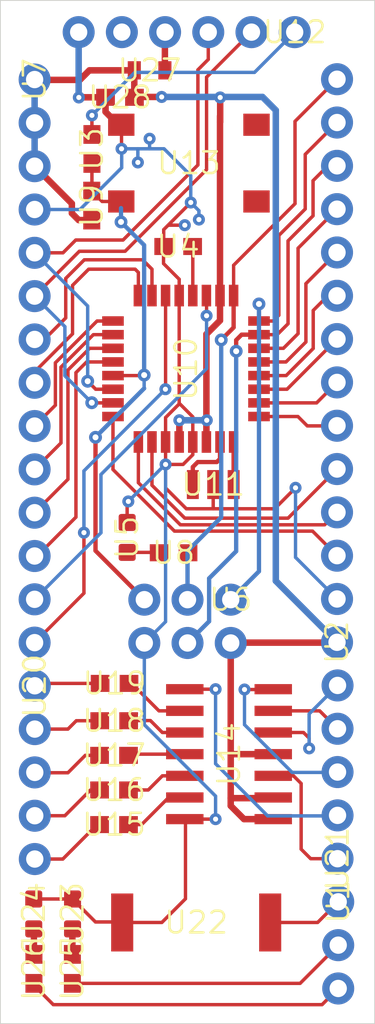
<source format=kicad_pcb>
(kicad_pcb (version 20241229) (generator "pcbnew") (generator_version "9.0")
  (layers (0 "F.Cu" signal "Top") (2 "B.Cu" signal "Bottom") (13 "F.Paste" user) (15 "B.Paste" user) (5 "F.SilkS" user) (7 "B.SilkS" user) (1 "F.Mask" user) (3 "B.Mask" user) (25 "Edge.Cuts" user))
  (net 0 "")
  (net 1 "GND")
  (net 2 "VCC")
  (net 3 "/D2")
  (net 4 "/TXO")
  (net 5 "/RXI")
  (net 6 "/RST")
  (net 7 "/A5")
  (net 8 "/A4")
  (net 9 "/A3")
  (net 10 "/A2")
  (net 11 "/A1")
  (net 12 "/A0")
  (net 13 "/A7")
  (net 14 "Net-(C6-Pad1)")
  (net 15 "/A6")
  (net 16 "/SCK")
  (net 17 "/MISO")
  (net 18 "/MOSI")
  (net 19 "/D10")
  (net 20 "/D9")
  (net 21 "/D8")
  (net 22 "/D7")
  (net 23 "/D6")
  (net 24 "/D5")
  (net 25 "Net-(U3-Pad8)")
  (net 26 "Net-(U3-Pad7)")
  (net 27 "/D4")
  (net 28 "/D3")
  (net 29 "Net-(D1-PadA)")
  (net 30 "/DTR")
  (net 31 "Net-(J1-PadCTS)")
  (net 32 "Net-(F1-Pad1)")
  (net 33 "/OUT1")
  (net 34 "Net-(IC1-Pad10)")
  (net 35 "/OUT2")
  (net 36 "/OUT4")
  (net 37 "Net-(IC1-Pad9)")
  (net 38 "/OUT3")
  (net 39 "Net-(IC1-Pad11)")
  (net 40 "Net-(IC1-Pad12)")
  (net 41 "/GO")
  (net 42 "Net-(IC1-Pad13)")
  (net 43 "Net-(J2-Pad5)")
  (net 44 "Net-(J2-Pad4)")
  (net 45 "Net-(J2-Pad3)")
  (net 46 "Net-(J2-Pad2)")
  (net 47 "Net-(J2-Pad1)")
  (net 48 "Net-(J4-Pad1)")
  (net 49 "Net-(J4-Pad3)")
  (net 50 "Net-(J4-Pad2)")
  (net 51 "Net-(D2-PadA)")
  (net 52 "Net-(D3-PadA)")
  (footprint "piezoMusic:0603" (layer "F.Cu") (at 142.8811 83.7136 -90)
    (property "Reference" "U3")
    (property "Value" "")
  )
  (footprint "piezoMusic:0603" (layer "F.Cu") (at 147.9511 89.4336 180)
    (property "Reference" "U4")
    (property "Value" "")
  )
  (footprint "piezoMusic:LED-0603" (layer "F.Cu") (at 144.9511 106.4936 90)
    (property "Reference" "U5")
    (property "Value" "")
  )
  (footprint "piezoMusic:1X14" (layer "F.Cu") (at 157.2911 112.6436 90)
    (property "Reference" "U2")
    (property "Value" "")
  )
  (footprint "piezoMusic:2X3" (layer "F.Cu") (at 151.0411 110.1436 180)
    (property "Reference" "U6")
    (property "Value" "")
  )
  (footprint "piezoMusic:1X14" (layer "F.Cu") (at 139.5111 79.6436 -90)
    (property "Reference" "U7")
    (property "Value" "")
  )
  (footprint "piezoMusic:0603" (layer "F.Cu") (at 147.6811 107.3936 180)
    (property "Reference" "U8")
    (property "Value" "")
  )
  (footprint "piezoMusic:0603" (layer "F.Cu") (at 142.8711 87.0336 -90)
    (property "Reference" "U9")
    (property "Value" "")
  )
  (footprint "piezoMusic:TQFP32-08" (layer "F.Cu") (at 148.4111 96.6036 90)
    (property "Reference" "U10")
    (property "Value" "")
  )
  (footprint "piezoMusic:RESONATOR-SMD" (layer "F.Cu") (at 150.0111 103.3936 180)
    (property "Reference" "U11")
    (property "Value" "")
  )
  (footprint "piezoMusic:FTDI_BASIC" (layer "F.Cu") (at 154.8011 76.8636 180)
    (property "Reference" "U12")
    (property "Value" "")
  )
  (footprint "piezoMusic:TACTILE_SWITCH_SMD_6.2MM_TALL" (layer "F.Cu") (at 148.5811 84.5436 180)
    (property "Reference" "U13")
    (property "Value" "")
  )
  (footprint "piezoMusic:SO14" (layer "F.Cu") (at 150.9411 119.2036 90)
    (property "Reference" "U14")
    (property "Value" "")
  )
  (footprint "piezoMusic:0603" (layer "F.Cu") (at 144.1811 123.3336)
    (property "Reference" "U15")
    (property "Value" "")
  )
  (footprint "piezoMusic:0603" (layer "F.Cu") (at 144.1811 121.3036)
    (property "Reference" "U16")
    (property "Value" "")
  )
  (footprint "piezoMusic:0603" (layer "F.Cu") (at 144.1811 119.2736)
    (property "Reference" "U17")
    (property "Value" "")
  )
  (footprint "piezoMusic:0603" (layer "F.Cu") (at 144.1911 117.2436)
    (property "Reference" "U18")
    (property "Value" "")
  )
  (footprint "piezoMusic:0603" (layer "F.Cu") (at 144.2111 115.0536)
    (property "Reference" "U19")
    (property "Value" "")
  )
  (footprint "piezoMusic:1X05" (layer "F.Cu") (at 139.5211 115.1936 -90)
    (property "Reference" "U20")
    (property "Value" "")
  )
  (footprint "piezoMusic:1X05" (layer "F.Cu") (at 157.3211 125.3336 90)
    (property "Reference" "U21")
    (property "Value" "")
  )
  (footprint "piezoMusic:PKMCS" (layer "F.Cu") (at 149.0111 129.0736)
    (property "Reference" "U22")
    (property "Value" "")
  )
  (footprint "piezoMusic:1X03" (layer "F.Cu") (at 157.3611 127.8636 -90)
    (property "Reference" "U1")
    (property "Value" "")
  )
  (footprint "piezoMusic:LED-0603" (layer "F.Cu") (at 141.7411 128.5736 90)
    (property "Reference" "U23")
    (property "Value" "")
  )
  (footprint "piezoMusic:LED-0603" (layer "F.Cu") (at 139.4611 128.5736 90)
    (property "Reference" "U24")
    (property "Value" "")
  )
  (footprint "piezoMusic:0603" (layer "F.Cu") (at 141.7311 131.7936 -90)
    (property "Reference" "U25")
    (property "Value" "")
  )
  (footprint "piezoMusic:0603" (layer "F.Cu") (at 139.4711 131.7936 -90)
    (property "Reference" "U26")
    (property "Value" "")
  )
  (footprint "piezoMusic:FUSC1608X100N" (layer "F.Cu") (at 146.2711 79.1036 180)
    (property "Reference" "U27")
    (property "Value" "")
  )
  (footprint "piezoMusic:0603" (layer "F.Cu") (at 144.5311 80.6836 180)
    (property "Reference" "U28")
    (property "Value" "")
  )
  (gr_line (start 137.5011 75.0036) (end 137.5011 135.0036) (stroke (width 0.05)) (layer "Edge.Cuts"))
  (gr_line (start 159.5011 135.0036) (end 159.5011 75.0036) (stroke (width 0.05)) (layer "Edge.Cuts"))
  (gr_line (start 137.5011 135.0036) (end 159.5011 135.0036) (stroke (width 0.05)) (layer "Edge.Cuts"))
  (gr_line (start 159.5011 75.0036) (end 137.5011 75.0036) (stroke (width 0.05)) (layer "Edge.Cuts"))
  (segment (start 139.4611 127.6966) (end 141.7411 127.6966) (width 0.2) (layer "F.Cu") (net 1))
  (segment (start 143.0881 129.0436) (end 144.6311 129.0436) (width 0.2) (layer "F.Cu") (net 1))
  (segment (start 144.6311 129.0436) (end 144.6611 129.0736) (width 0.381) (layer "F.Cu") (net 1))
  (segment (start 148.3811 127.6836) (end 148.3811 123.0536) (width 0.2) (layer "F.Cu") (net 1))
  (segment (start 146.9911 129.0736) (end 148.3811 127.6836) (width 0.2) (layer "F.Cu") (net 1))
  (segment (start 147.2111 100.8962) (end 147.2111 99.4636) (width 0.2) (layer "F.Cu") (net 1))
  (segment (start 148.0111 91.3536) (end 147.0911 90.4336) (width 0.2) (layer "F.Cu") (net 1))
  (segment (start 148.3811 123.0536) (end 148.3411 123.0136) (width 0.2) (layer "F.Cu") (net 1))
  (segment (start 148.0111 98.6236) (end 148.0311 98.6436) (width 0.2) (layer "F.Cu") (net 1))
  (segment (start 148.0311 98.6436) (end 148.8111 99.4236) (width 0.2) (layer "F.Cu") (net 1))
  (segment (start 147.2111 100.8962) (end 147.2111 102.2136) (width 0.2) (layer "F.Cu") (net 1))
  (segment (start 147.0911 90.4336) (end 147.0911 89.4436) (width 0.2) (layer "F.Cu") (net 1))
  (segment (start 148.8111 99.4236) (end 148.8111 100.8962) (width 0.2) (layer "F.Cu") (net 1))
  (segment (start 141.7411 127.6966) (end 143.0881 129.0436) (width 0.2) (layer "F.Cu") (net 1))
  (segment (start 147.2111 99.4636) (end 148.0311 98.6436) (width 0.2) (layer "F.Cu") (net 1))
  (segment (start 147.2111 103.5936) (end 148.4311 104.8136) (width 0.2) (layer "F.Cu") (net 1))
  (segment (start 148.8111 100.8962) (end 148.8111 101.6436) (width 0.2) (layer "F.Cu") (net 1))
  (segment (start 147.2111 103.5936) (end 147.2111 102.2136) (width 0.2) (layer "F.Cu") (net 1))
  (segment (start 148.8111 101.6436) (end 148.2411 102.2136) (width 0.2) (layer "F.Cu") (net 1))
  (segment (start 148.0111 92.311) (end 148.0111 91.3536) (width 0.2) (layer "F.Cu") (net 1))
  (segment (start 148.0111 92.311) (end 148.0111 98.6236) (width 0.2) (layer "F.Cu") (net 1))
  (segment (start 147.0911 89.4436) (end 147.1011 89.4336) (width 0.381) (layer "F.Cu") (net 1))
  (segment (start 144.6611 129.0736) (end 146.9911 129.0736) (width 0.2) (layer "F.Cu") (net 1))
  (segment (start 148.2411 102.2136) (end 147.2111 102.2136) (width 0.2) (layer "F.Cu") (net 1))
  (segment (start 142.1111 80.6936) (end 142.1211 80.6836) (width 0.381) (layer "F.Cu") (net 1))
  (segment (start 148.4311 104.8136) (end 150.0111 104.8136) (width 0.2) (layer "F.Cu") (net 1))
  (segment (start 147.1011 88.4436) (end 147.3611 88.1836) (width 0.2) (layer "F.Cu") (net 1))
  (segment (start 148.3411 88.1836) (end 147.3611 88.1836) (width 0.2) (layer "F.Cu") (net 1))
  (segment (start 147.1011 89.4336) (end 147.1011 88.4436) (width 0.2) (layer "F.Cu") (net 1))
  (segment (start 144.6211 82.3086) (end 144.6061 82.2936) (width 0.2) (layer "F.Cu") (net 1))
  (segment (start 142.1211 80.6836) (end 143.6811 80.6836) (width 0.381) (layer "F.Cu") (net 1))
  (segment (start 144.9511 104.4536) (end 145.0211 104.3836) (width 0.2) (layer "F.Cu") (net 1))
  (segment (start 143.6811 80.6836) (end 143.6811 81.5386) (width 0.381) (layer "F.Cu") (net 1))
  (segment (start 148.3411 123.0136) (end 150.1511 123.0136) (width 0.2) (layer "F.Cu") (net 1))
  (segment (start 147.3611 88.1836) (end 148.6911 86.8536) (width 0.2) (layer "F.Cu") (net 1))
  (segment (start 144.9511 105.6166) (end 144.9511 104.4536) (width 0.2) (layer "F.Cu") (net 1))
  (segment (start 144.6211 83.7036) (end 144.6211 82.3086) (width 0.2) (layer "F.Cu") (net 1))
  (segment (start 153.6211 104.8136) (end 154.8511 103.5836) (width 0.2) (layer "F.Cu") (net 1))
  (segment (start 144.4361 82.2936) (end 143.6811 81.5386) (width 0.381) (layer "F.Cu") (net 1))
  (segment (start 150.0111 103.3936) (end 150.0111 104.8136) (width 0.2) (layer "F.Cu") (net 1))
  (segment (start 150.0111 104.8136) (end 153.6211 104.8136) (width 0.2) (layer "F.Cu") (net 1))
  (segment (start 144.4361 82.2936) (end 144.6061 82.2936) (width 0.381) (layer "F.Cu") (net 1))
  (via (at 147.2111 102.2136) (size 0.7064) (drill 0.3) (layers "F.Cu" "B.Cu") (net 1))
  (via (at 144.6211 83.7036) (size 0.7064) (drill 0.3) (layers "F.Cu" "B.Cu") (net 1))
  (via (at 154.8511 103.5836) (size 0.7064) (drill 0.3) (layers "F.Cu" "B.Cu") (net 1))
  (via (at 150.1511 123.0136) (size 0.7064) (drill 0.3) (layers "F.Cu" "B.Cu") (net 1))
  (via (at 148.3411 88.1836) (size 0.7064) (drill 0.3) (layers "F.Cu" "B.Cu") (net 1))
  (via (at 148.6911 86.8536) (size 0.7064) (drill 0.3) (layers "F.Cu" "B.Cu") (net 1))
  (via (at 146.2711 83.1136) (size 0.7064) (drill 0.3) (layers "F.Cu" "B.Cu") (net 1))
  (via (at 145.0211 104.3836) (size 0.7064) (drill 0.3) (layers "F.Cu" "B.Cu") (net 1))
  (via (at 145.5811 84.5036) (size 0.7064) (drill 0.3) (layers "F.Cu" "B.Cu") (net 1))
  (via (at 142.1111 80.6936) (size 0.7064) (drill 0.3) (layers "F.Cu" "B.Cu") (net 1))
  (via (at 149.1711 87.8536) (size 0.7064) (drill 0.3) (layers "F.Cu" "B.Cu") (net 1))
  (segment (start 142.1811 87.2636) (end 144.6311 84.8136) (width 0.2) (layer "B.Cu") (net 1))
  (segment (start 142.1011 76.8636) (end 142.1011 80.6836) (width 0.381) (layer "B.Cu") (net 1))
  (segment (start 145.5811 84.5036) (end 145.5811 83.7036) (width 0.2) (layer "B.Cu") (net 1))
  (segment (start 154.8111 103.5436) (end 154.8511 103.5836) (width 0.2) (layer "B.Cu") (net 1))
  (segment (start 145.9611 112.6836) (end 147.2111 111.4336) (width 0.2) (layer "B.Cu") (net 1))
  (segment (start 148.6911 86.8536) (end 148.6911 85.2736) (width 0.2) (layer "B.Cu") (net 1))
  (segment (start 144.6311 84.8136) (end 144.6311 83.7136) (width 0.2) (layer "B.Cu") (net 1))
  (segment (start 147.1211 83.7036) (end 146.2511 83.7036) (width 0.2) (layer "B.Cu") (net 1))
  (segment (start 147.2111 102.2136) (end 147.1911 102.2136) (width 0.2) (layer "B.Cu") (net 1))
  (segment (start 146.2511 83.7036) (end 145.5811 83.7036) (width 0.2) (layer "B.Cu") (net 1))
  (segment (start 148.6911 86.8536) (end 149.1711 87.3336) (width 0.2) (layer "B.Cu") (net 1))
  (segment (start 145.5811 83.7036) (end 144.6211 83.7036) (width 0.2) (layer "B.Cu") (net 1))
  (segment (start 147.1911 102.2136) (end 145.0211 104.3836) (width 0.2) (layer "B.Cu") (net 1))
  (segment (start 146.2711 83.1136) (end 146.2711 83.6836) (width 0.2) (layer "B.Cu") (net 1))
  (segment (start 147.2111 111.4336) (end 147.2111 102.2136) (width 0.2) (layer "B.Cu") (net 1))
  (segment (start 150.1511 121.6636) (end 145.9611 117.4736) (width 0.2) (layer "B.Cu") (net 1))
  (segment (start 154.8511 103.5836) (end 154.8511 107.6636) (width 0.2) (layer "B.Cu") (net 1))
  (segment (start 149.1711 87.3336) (end 149.1711 87.8536) (width 0.2) (layer "B.Cu") (net 1))
  (segment (start 144.6311 83.7136) (end 144.6211 83.7036) (width 0.2) (layer "B.Cu") (net 1))
  (segment (start 154.8511 107.6636) (end 157.2911 110.1036) (width 0.2) (layer "B.Cu") (net 1))
  (segment (start 142.1011 80.6836) (end 142.1111 80.6936) (width 0.381) (layer "B.Cu") (net 1))
  (segment (start 146.2711 83.6836) (end 146.2511 83.7036) (width 0.2) (layer "B.Cu") (net 1))
  (segment (start 148.6911 85.2736) (end 147.1211 83.7036) (width 0.2) (layer "B.Cu") (net 1))
  (segment (start 145.9611 117.4736) (end 145.9611 112.6836) (width 0.2) (layer "B.Cu") (net 1))
  (segment (start 139.5111 87.2636) (end 142.1811 87.2636) (width 0.2) (layer "B.Cu") (net 1))
  (segment (start 150.1511 123.0136) (end 150.1511 121.6636) (width 0.2) (layer "B.Cu") (net 1))
  (segment (start 150.4211 82.1336) (end 150.4111 82.1436) (width 0.381) (layer "F.Cu") (net 2))
  (segment (start 141.7011 86.9136) (end 141.7011 87.4836) (width 0.381) (layer "F.Cu") (net 2))
  (segment (start 150.4111 92.311) (end 150.4111 93.7736) (width 0.381) (layer "F.Cu") (net 2))
  (segment (start 145.3811 80.6836) (end 145.4011 80.6636) (width 0.381) (layer "F.Cu") (net 2))
  (segment (start 149.6111 99.6436) (end 149.6311 99.6236) (width 0.381) (layer "F.Cu") (net 2))
  (segment (start 145.3811 80.6836) (end 145.3711 80.6736) (width 0.381) (layer "F.Cu") (net 2))
  (segment (start 153.5011 121.7836) (end 151.0411 121.7836) (width 0.381) (layer "F.Cu") (net 2))
  (segment (start 150.4211 80.6936) (end 150.4211 82.1336) (width 0.381) (layer "F.Cu") (net 2))
  (segment (start 141.7011 87.4836) (end 142.1011 87.8836) (width 0.381) (layer "F.Cu") (net 2))
  (segment (start 149.6111 94.5736) (end 149.6111 99.6436) (width 0.381) (layer "F.Cu") (net 2))
  (segment (start 145.4011 80.6636) (end 146.9811 80.6636) (width 0.381) (layer "F.Cu") (net 2))
  (segment (start 153.5411 119.2036) (end 151.0411 119.2036) (width 0.381) (layer "F.Cu") (net 2))
  (segment (start 148.0211 99.6236) (end 148.0211 100.8862) (width 0.381) (layer "F.Cu") (net 2))
  (segment (start 145.3711 79.1036) (end 142.7311 79.1036) (width 0.381) (layer "F.Cu") (net 2))
  (segment (start 149.6111 100.8962) (end 149.6111 99.6436) (width 0.381) (layer "F.Cu") (net 2))
  (segment (start 148.0211 100.8862) (end 148.0111 100.8962) (width 0.381) (layer "F.Cu") (net 2))
  (segment (start 142.1711 79.6636) (end 139.5311 79.6636) (width 0.381) (layer "F.Cu") (net 2))
  (segment (start 139.5311 79.6636) (end 139.5111 79.6436) (width 0.381) (layer "F.Cu") (net 2))
  (segment (start 151.0411 122.2336) (end 151.8211 123.0136) (width 0.381) (layer "F.Cu") (net 2))
  (segment (start 151.8211 123.0136) (end 153.5411 123.0136) (width 0.381) (layer "F.Cu") (net 2))
  (segment (start 150.4111 93.7736) (end 149.6111 94.5736) (width 0.381) (layer "F.Cu") (net 2))
  (segment (start 142.8711 87.8836) (end 142.1011 87.8836) (width 0.381) (layer "F.Cu") (net 2))
  (segment (start 145.3711 80.6736) (end 145.3711 79.1036) (width 0.381) (layer "F.Cu") (net 2))
  (segment (start 139.5111 84.7236) (end 141.7011 86.9136) (width 0.381) (layer "F.Cu") (net 2))
  (segment (start 142.7311 79.1036) (end 142.1711 79.6636) (width 0.381) (layer "F.Cu") (net 2))
  (segment (start 153.5411 121.7436) (end 153.5011 121.7836) (width 0.381) (layer "F.Cu") (net 2))
  (segment (start 151.0411 112.6836) (end 151.0411 119.2036) (width 0.381) (layer "F.Cu") (net 2))
  (segment (start 151.0411 121.7836) (end 151.0411 122.2336) (width 0.381) (layer "F.Cu") (net 2))
  (segment (start 151.0411 119.2036) (end 151.0411 121.7836) (width 0.381) (layer "F.Cu") (net 2))
  (segment (start 157.2711 112.6636) (end 157.2911 112.6436) (width 0.381) (layer "F.Cu") (net 2))
  (segment (start 157.2711 112.6636) (end 151.0611 112.6636) (width 0.381) (layer "F.Cu") (net 2))
  (segment (start 151.0411 112.6836) (end 151.0611 112.6636) (width 0.381) (layer "F.Cu") (net 2))
  (segment (start 150.4111 81.7836) (end 150.4111 82.1436) (width 0.381) (layer "F.Cu") (net 2))
  (segment (start 150.4111 82.1436) (end 150.4111 92.311) (width 0.381) (layer "F.Cu") (net 2))
  (via (at 148.0211 99.6236) (size 0.7064) (drill 0.3) (layers "F.Cu" "B.Cu") (net 2))
  (via (at 150.4211 80.6936) (size 0.7064) (drill 0.3) (layers "F.Cu" "B.Cu") (net 2))
  (via (at 149.6311 99.6236) (size 0.7064) (drill 0.3) (layers "F.Cu" "B.Cu") (net 2))
  (via (at 146.9811 80.6636) (size 0.7064) (drill 0.3) (layers "F.Cu" "B.Cu") (net 2))
  (segment (start 149.6311 99.6236) (end 148.0211 99.6236) (width 0.381) (layer "B.Cu") (net 2))
  (segment (start 153.6911 109.0436) (end 153.6911 81.4436) (width 0.381) (layer "B.Cu") (net 2))
  (segment (start 150.4511 80.6636) (end 150.4211 80.6936) (width 0.381) (layer "B.Cu") (net 2))
  (segment (start 153.6911 81.4436) (end 152.9111 80.6636) (width 0.381) (layer "B.Cu") (net 2))
  (segment (start 139.5111 79.6436) (end 139.5111 82.1836) (width 0.381) (layer "B.Cu") (net 2))
  (segment (start 146.9811 80.6636) (end 150.3911 80.6636) (width 0.381) (layer "B.Cu") (net 2))
  (segment (start 150.4211 80.6936) (end 150.3911 80.6636) (width 0.381) (layer "B.Cu") (net 2))
  (segment (start 157.2911 112.6436) (end 153.6911 109.0436) (width 0.381) (layer "B.Cu") (net 2))
  (segment (start 139.5111 82.1836) (end 139.5111 84.7236) (width 0.381) (layer "B.Cu") (net 2))
  (segment (start 152.9111 80.6636) (end 150.4511 80.6636) (width 0.381) (layer "B.Cu") (net 2))
  (segment (start 155.8511 106.1236) (end 157.2911 107.5636) (width 0.2) (layer "F.Cu") (net 3))
  (segment (start 144.1185 102.511) (end 147.7311 106.1236) (width 0.2) (layer "F.Cu") (net 3))
  (segment (start 144.1185 99.4036) (end 144.1185 102.511) (width 0.2) (layer "F.Cu") (net 3))
  (segment (start 147.7311 106.1236) (end 155.8511 106.1236) (width 0.2) (layer "F.Cu") (net 3))
  (segment (start 144.1185 98.6036) (end 142.8811 98.6036) (width 0.2) (layer "F.Cu") (net 4))
  (segment (start 142.1411 89.7136) (end 144.8311 89.7136) (width 0.2) (layer "F.Cu") (net 4))
  (segment (start 142.1411 89.7136) (end 139.5111 92.3436) (width 0.2) (layer "F.Cu") (net 4))
  (segment (start 149.6211 79.5036) (end 152.2611 76.8636) (width 0.2) (layer "F.Cu") (net 4))
  (segment (start 149.6211 84.9236) (end 149.6211 79.5036) (width 0.2) (layer "F.Cu") (net 4))
  (segment (start 144.8311 89.7136) (end 149.6211 84.9236) (width 0.2) (layer "F.Cu") (net 4))
  (segment (start 142.8811 98.6036) (end 142.8711 98.5936) (width 0.2) (layer "F.Cu") (net 4))
  (via (at 142.8711 98.5936) (size 0.7564) (drill 0.35) (layers "F.Cu" "B.Cu") (net 4))
  (segment (start 142.8711 98.5936) (end 141.2911 97.0136) (width 0.2) (layer "B.Cu") (net 4))
  (segment (start 141.2911 97.0136) (end 141.2911 94.1336) (width 0.2) (layer "B.Cu") (net 4))
  (segment (start 139.5111 92.3436) (end 139.5111 92.3536) (width 0.2) (layer "B.Cu") (net 4))
  (segment (start 141.2911 94.1336) (end 139.5111 92.3536) (width 0.2) (layer "B.Cu") (net 4))
  (segment (start 144.1185 97.8036) (end 143.1011 97.8036) (width 0.2) (layer "F.Cu") (net 5))
  (segment (start 143.1011 97.8036) (end 142.6311 97.3336) (width 0.2) (layer "F.Cu") (net 5))
  (segment (start 149.1111 79.0736) (end 149.7211 78.4636) (width 0.2) (layer "F.Cu") (net 5))
  (segment (start 149.1111 84.6536) (end 149.1111 79.0736) (width 0.2) (layer "F.Cu") (net 5))
  (segment (start 141.9311 89.0536) (end 141.1811 89.8036) (width 0.2) (layer "F.Cu") (net 5))
  (segment (start 141.1811 89.8036) (end 139.5111 89.8036) (width 0.2) (layer "F.Cu") (net 5))
  (segment (start 149.7211 78.4636) (end 149.7211 76.8636) (width 0.2) (layer "F.Cu") (net 5))
  (segment (start 144.7111 89.0536) (end 141.9311 89.0536) (width 0.2) (layer "F.Cu") (net 5))
  (segment (start 149.1111 84.6536) (end 144.7111 89.0536) (width 0.2) (layer "F.Cu") (net 5))
  (via (at 142.6311 97.3336) (size 0.7564) (drill 0.35) (layers "F.Cu" "B.Cu") (net 5))
  (segment (start 142.6311 97.3336) (end 142.6311 92.9236) (width 0.2) (layer "B.Cu") (net 5))
  (segment (start 139.5411 89.8336) (end 139.5111 89.8036) (width 0.2) (layer "B.Cu") (net 5))
  (segment (start 142.6311 92.9236) (end 139.5111 89.8036) (width 0.2) (layer "B.Cu") (net 5))
  (segment (start 143.0911 107.2736) (end 145.9611 110.1436) (width 0.254) (layer "F.Cu") (net 6))
  (segment (start 145.9211 97.0036) (end 145.9511 96.9736) (width 0.2) (layer "F.Cu") (net 6))
  (segment (start 144.5911 87.9936) (end 144.6061 87.9786) (width 0.2) (layer "F.Cu") (net 6))
  (segment (start 144.6061 87.9786) (end 144.6061 86.9336) (width 0.2) (layer "F.Cu") (net 6))
  (segment (start 144.1185 97.0036) (end 145.9211 97.0036) (width 0.2) (layer "F.Cu") (net 6))
  (segment (start 144.6061 86.9336) (end 144.6061 86.7936) (width 0.2) (layer "F.Cu") (net 6))
  (segment (start 143.0911 100.6236) (end 143.0911 107.2736) (width 0.254) (layer "F.Cu") (net 6))
  (segment (start 144.6061 86.7936) (end 143.4811 86.7936) (width 0.2) (layer "F.Cu") (net 6))
  (segment (start 142.8811 84.5636) (end 142.8811 86.1736) (width 0.2) (layer "F.Cu") (net 6))
  (segment (start 144.6111 86.9286) (end 144.6061 86.9336) (width 0.2) (layer "F.Cu") (net 6))
  (segment (start 143.4811 86.7936) (end 142.8711 86.1836) (width 0.2) (layer "F.Cu") (net 6))
  (segment (start 142.8811 86.1736) (end 142.8711 86.1836) (width 0.2) (layer "F.Cu") (net 6))
  (via (at 143.0911 100.6236) (size 0.7564) (drill 0.35) (layers "F.Cu" "B.Cu") (net 6))
  (via (at 144.5911 87.9936) (size 0.7564) (drill 0.35) (layers "F.Cu" "B.Cu") (net 6))
  (via (at 145.9511 96.9736) (size 0.7564) (drill 0.35) (layers "F.Cu" "B.Cu") (net 6))
  (segment (start 145.9511 97.7536) (end 143.0911 100.6136) (width 0.254) (layer "B.Cu") (net 6))
  (segment (start 145.9511 96.9736) (end 145.9511 89.3536) (width 0.254) (layer "B.Cu") (net 6))
  (segment (start 145.9511 89.3536) (end 144.5911 87.9936) (width 0.254) (layer "B.Cu") (net 6))
  (segment (start 145.9511 96.9736) (end 145.9511 97.7536) (width 0.2) (layer "B.Cu") (net 6))
  (segment (start 145.9611 96.9836) (end 145.9511 96.9736) (width 0.2) (layer "B.Cu") (net 6))
  (segment (start 143.0911 100.6136) (end 143.0911 100.6236) (width 0.2) (layer "B.Cu") (net 6))
  (segment (start 144.5911 87.1836) (end 144.5911 87.9936) (width 0.254) (layer "B.Cu") (net 6))
  (segment (start 141.9411 105.3036) (end 139.6611 107.5836) (width 0.2) (layer "F.Cu") (net 7))
  (segment (start 142.56845 96.2036) (end 141.9411 96.83095) (width 0.2) (layer "F.Cu") (net 7))
  (segment (start 144.1185 96.2036) (end 142.56845 96.2036) (width 0.2) (layer "F.Cu") (net 7))
  (segment (start 141.9411 96.83095) (end 141.9411 105.3036) (width 0.2) (layer "F.Cu") (net 7))
  (segment (start 139.6611 107.5836) (end 139.5111 107.5836) (width 0.2) (layer "F.Cu") (net 7))
  (segment (start 142.746 95.4036) (end 141.4711 96.6785) (width 0.2) (layer "F.Cu") (net 8))
  (segment (start 144.1185 95.4036) (end 142.746 95.4036) (width 0.2) (layer "F.Cu") (net 8))
  (segment (start 141.4711 96.6785) (end 141.4711 103.0836) (width 0.2) (layer "F.Cu") (net 8))
  (segment (start 141.4711 103.0836) (end 139.5111 105.0436) (width 0.2) (layer "F.Cu") (net 8))
  (segment (start 144.1185 94.6036) (end 142.96355 94.6036) (width 0.2) (layer "F.Cu") (net 9))
  (segment (start 141.0611 96.50605) (end 141.0611 100.9536) (width 0.2) (layer "F.Cu") (net 9))
  (segment (start 141.0611 100.9536) (end 139.5111 102.5036) (width 0.2) (layer "F.Cu") (net 9))
  (segment (start 142.96355 94.6036) (end 141.0611 96.50605) (width 0.2) (layer "F.Cu") (net 9))
  (segment (start 140.7311 96.2536) (end 140.7311 98.7436) (width 0.2) (layer "F.Cu") (net 10))
  (segment (start 140.7311 98.7436) (end 139.5111 99.9636) (width 0.2) (layer "F.Cu") (net 10))
  (segment (start 144.1185 93.8036) (end 143.1811 93.8036) (width 0.2) (layer "F.Cu") (net 10))
  (segment (start 143.1811 93.8036) (end 140.7311 96.2536) (width 0.2) (layer "F.Cu") (net 10))
  (segment (start 141.7411 94.5536) (end 139.5111 96.7836) (width 0.2) (layer "F.Cu") (net 11))
  (segment (start 141.7411 91.7136) (end 141.7411 94.5536) (width 0.2) (layer "F.Cu") (net 11))
  (segment (start 139.5111 96.7836) (end 139.5111 97.4236) (width 0.2) (layer "F.Cu") (net 11))
  (segment (start 145.6111 92.311) (end 145.6111 90.9536) (width 0.2) (layer "F.Cu") (net 11))
  (segment (start 145.4211 90.7636) (end 142.6911 90.7636) (width 0.2) (layer "F.Cu") (net 11))
  (segment (start 145.6111 90.9536) (end 145.4211 90.7636) (width 0.2) (layer "F.Cu") (net 11))
  (segment (start 142.6911 90.7636) (end 141.7411 91.7136) (width 0.2) (layer "F.Cu") (net 11))
  (segment (start 146.4111 92.311) (end 146.4111 90.7636) (width 0.2) (layer "F.Cu") (net 12))
  (segment (start 146.4111 90.7636) (end 145.8611 90.2136) (width 0.2) (layer "F.Cu") (net 12))
  (segment (start 145.8611 90.2136) (end 142.4311 90.2136) (width 0.2) (layer "F.Cu") (net 12))
  (segment (start 141.3411 93.6236) (end 140.0811 94.8836) (width 0.2) (layer "F.Cu") (net 12))
  (segment (start 142.4311 90.2136) (end 141.3411 91.3036) (width 0.2) (layer "F.Cu") (net 12))
  (segment (start 140.0811 94.8836) (end 139.5111 94.8836) (width 0.2) (layer "F.Cu") (net 12))
  (segment (start 141.3411 91.3036) (end 141.3411 93.6236) (width 0.2) (layer "F.Cu") (net 12))
  (segment (start 147.2111 92.311) (end 147.2111 97.7936) (width 0.2) (layer "F.Cu") (net 13))
  (segment (start 147.2011 97.8036) (end 147.2111 97.7936) (width 0.2) (layer "F.Cu") (net 13))
  (segment (start 139.5111 112.6636) (end 142.4111 109.7636) (width 0.2) (layer "F.Cu") (net 13))
  (segment (start 142.4111 109.7636) (end 142.4111 106.2136) (width 0.2) (layer "F.Cu") (net 13))
  (via (at 147.2011 97.8036) (size 0.7064) (drill 0.3) (layers "F.Cu" "B.Cu") (net 13))
  (via (at 142.4111 106.2136) (size 0.7064) (drill 0.3) (layers "F.Cu" "B.Cu") (net 13))
  (segment (start 142.4111 102.5936) (end 147.2011 97.8036) (width 0.2) (layer "B.Cu") (net 13))
  (segment (start 142.4111 106.2136) (end 142.4111 102.5936) (width 0.2) (layer "B.Cu") (net 13))
  (segment (start 148.8111 89.4436) (end 148.8011 89.4336) (width 0.381) (layer "F.Cu") (net 14))
  (segment (start 148.8111 92.311) (end 148.8111 89.4436) (width 0.2) (layer "F.Cu") (net 14))
  (segment (start 149.6211 93.4936) (end 149.6211 92.321) (width 0.2) (layer "F.Cu") (net 15))
  (segment (start 149.6211 92.321) (end 149.6111 92.311) (width 0.2) (layer "F.Cu") (net 15))
  (via (at 149.6211 93.4936) (size 0.7064) (drill 0.3) (layers "F.Cu" "B.Cu") (net 15))
  (segment (start 139.5111 110.1236) (end 143.4111 106.2236) (width 0.2) (layer "B.Cu") (net 15))
  (segment (start 143.4111 102.8036) (end 149.6211 96.5936) (width 0.2) (layer "B.Cu") (net 15))
  (segment (start 149.6211 96.5936) (end 149.6211 93.4936) (width 0.2) (layer "B.Cu") (net 15))
  (segment (start 143.4111 106.2236) (end 143.4111 102.8036) (width 0.2) (layer "B.Cu") (net 15))
  (segment (start 148.5011 110.1436) (end 148.5011 107.4236) (width 0.2) (layer "F.Cu") (net 16))
  (segment (start 148.5011 107.4236) (end 148.5311 107.3936) (width 0.2) (layer "F.Cu") (net 16))
  (segment (start 154.8211 82.0936) (end 157.2911 79.6236) (width 0.2) (layer "F.Cu") (net 16))
  (segment (start 154.8211 86.9236) (end 154.8211 82.0936) (width 0.2) (layer "F.Cu") (net 16))
  (segment (start 151.2111 94.1836) (end 151.2111 92.311) (width 0.254) (layer "F.Cu") (net 16))
  (segment (start 150.4811 94.9136) (end 151.2111 94.1836) (width 0.254) (layer "F.Cu") (net 16))
  (segment (start 151.2111 92.311) (end 151.2111 90.5336) (width 0.2) (layer "F.Cu") (net 16))
  (segment (start 151.2111 90.5336) (end 154.8211 86.9236) (width 0.2) (layer "F.Cu") (net 16))
  (via (at 150.4811 94.9136) (size 0.7564) (drill 0.35) (layers "F.Cu" "B.Cu") (net 16))
  (segment (start 150.4811 105.3136) (end 150.4811 94.9136) (width 0.254) (layer "B.Cu") (net 16))
  (segment (start 148.5011 107.2936) (end 150.4811 105.3136) (width 0.254) (layer "B.Cu") (net 16))
  (segment (start 148.5011 110.1436) (end 148.5011 107.2936) (width 0.254) (layer "B.Cu") (net 16))
  (segment (start 153.8711 88.7836) (end 155.4211 87.2336) (width 0.2) (layer "F.Cu") (net 17))
  (segment (start 155.4211 84.0336) (end 157.2911 82.1636) (width 0.2) (layer "F.Cu") (net 17))
  (segment (start 153.8711 93.4636) (end 153.8711 88.7836) (width 0.2) (layer "F.Cu") (net 17))
  (segment (start 155.4211 87.2336) (end 155.4211 84.0336) (width 0.2) (layer "F.Cu") (net 17))
  (segment (start 152.7037 93.8036) (end 153.5311 93.8036) (width 0.2) (layer "F.Cu") (net 17))
  (segment (start 153.5311 93.8036) (end 153.8711 93.4636) (width 0.2) (layer "F.Cu") (net 17))
  (segment (start 152.7011 92.8036) (end 152.7037 92.8062) (width 0.2) (layer "F.Cu") (net 17))
  (segment (start 152.7037 92.8062) (end 152.7037 93.8036) (width 0.254) (layer "F.Cu") (net 17))
  (via (at 152.7011 92.8036) (size 0.7564) (drill 0.35) (layers "F.Cu" "B.Cu") (net 17))
  (segment (start 152.7011 108.4836) (end 152.7011 92.8036) (width 0.254) (layer "B.Cu") (net 17))
  (segment (start 151.0411 110.1436) (end 152.7011 108.4836) (width 0.254) (layer "B.Cu") (net 17))
  (segment (start 154.4111 93.9636) (end 154.4111 89.1036) (width 0.2) (layer "F.Cu") (net 18))
  (segment (start 152.7037 94.6036) (end 153.7711 94.6036) (width 0.2) (layer "F.Cu") (net 18))
  (segment (start 155.8811 87.6336) (end 155.8811 85.5736) (width 0.2) (layer "F.Cu") (net 18))
  (segment (start 151.6811 94.6036) (end 151.3611 94.9236) (width 0.254) (layer "F.Cu") (net 18))
  (segment (start 151.3611 95.5736) (end 151.3611 94.9236) (width 0.254) (layer "F.Cu") (net 18))
  (segment (start 156.7511 84.7036) (end 157.2911 84.7036) (width 0.2) (layer "F.Cu") (net 18))
  (segment (start 155.8811 85.5736) (end 156.7511 84.7036) (width 0.2) (layer "F.Cu") (net 18))
  (segment (start 153.7711 94.6036) (end 154.4111 93.9636) (width 0.2) (layer "F.Cu") (net 18))
  (segment (start 151.6811 94.6036) (end 152.7037 94.6036) (width 0.254) (layer "F.Cu") (net 18))
  (segment (start 154.4111 89.1036) (end 155.8811 87.6336) (width 0.2) (layer "F.Cu") (net 18))
  (via (at 151.3611 95.5736) (size 0.7564) (drill 0.35) (layers "F.Cu" "B.Cu") (net 18))
  (segment (start 148.5011 112.6836) (end 149.7711 111.4136) (width 0.254) (layer "B.Cu") (net 18))
  (segment (start 151.3611 107.3036) (end 151.3611 95.5736) (width 0.254) (layer "B.Cu") (net 18))
  (segment (start 149.7711 108.8936) (end 151.3611 107.3036) (width 0.254) (layer "B.Cu") (net 18))
  (segment (start 149.7711 111.4136) (end 149.7711 108.8936) (width 0.254) (layer "B.Cu") (net 18))
  (segment (start 152.7037 95.4036) (end 154.1411 95.4036) (width 0.2) (layer "F.Cu") (net 19))
  (segment (start 154.1411 95.4036) (end 155.0011 94.5436) (width 0.2) (layer "F.Cu") (net 19))
  (segment (start 155.0011 94.5436) (end 155.0011 89.5336) (width 0.2) (layer "F.Cu") (net 19))
  (segment (start 155.0011 89.5336) (end 157.2911 87.2436) (width 0.2) (layer "F.Cu") (net 19))
  (segment (start 155.4611 95.0336) (end 155.4611 91.6136) (width 0.2) (layer "F.Cu") (net 20))
  (segment (start 152.7037 96.2036) (end 154.2911 96.2036) (width 0.2) (layer "F.Cu") (net 20))
  (segment (start 155.4611 91.6136) (end 157.2911 89.7836) (width 0.2) (layer "F.Cu") (net 20))
  (segment (start 154.2911 96.2036) (end 155.4611 95.0336) (width 0.2) (layer "F.Cu") (net 20))
  (segment (start 152.7037 97.0036) (end 154.3011 97.0036) (width 0.2) (layer "F.Cu") (net 21))
  (segment (start 155.8911 95.4136) (end 155.8911 93.1836) (width 0.2) (layer "F.Cu") (net 21))
  (segment (start 155.8911 93.1836) (end 156.7511 92.3236) (width 0.2) (layer "F.Cu") (net 21))
  (segment (start 156.7511 92.3236) (end 157.2911 92.3236) (width 0.2) (layer "F.Cu") (net 21))
  (segment (start 154.3011 97.0036) (end 155.8911 95.4136) (width 0.2) (layer "F.Cu") (net 21))
  (segment (start 152.7037 97.8036) (end 154.3511 97.8036) (width 0.2) (layer "F.Cu") (net 22))
  (segment (start 154.3511 97.8036) (end 157.2911 94.8636) (width 0.2) (layer "F.Cu") (net 22))
  (segment (start 152.7037 98.6036) (end 156.0911 98.6036) (width 0.2) (layer "F.Cu") (net 23))
  (segment (start 156.0911 98.6036) (end 157.2911 97.4036) (width 0.2) (layer "F.Cu") (net 23))
  (segment (start 154.9911 99.4036) (end 155.5411 99.9536) (width 0.2) (layer "F.Cu") (net 24))
  (segment (start 152.7037 99.4036) (end 154.9911 99.4036) (width 0.2) (layer "F.Cu") (net 24))
  (segment (start 155.5411 99.9536) (end 157.2811 99.9536) (width 0.2) (layer "F.Cu") (net 24))
  (segment (start 157.2811 99.9536) (end 157.2911 99.9436) (width 0.2) (layer "F.Cu") (net 24))
  (segment (start 151.2111 103.3936) (end 151.2111 100.8962) (width 0.254) (layer "F.Cu") (net 25))
  (segment (start 150.2211 102.0736) (end 149.1011 102.0736) (width 0.254) (layer "F.Cu") (net 26))
  (segment (start 150.4111 101.8836) (end 150.2211 102.0736) (width 0.254) (layer "F.Cu") (net 26))
  (segment (start 149.1011 102.0736) (end 148.8111 102.3636) (width 0.254) (layer "F.Cu") (net 26))
  (segment (start 150.4111 100.8962) (end 150.4111 101.8836) (width 0.254) (layer "F.Cu") (net 26))
  (segment (start 148.8111 102.3636) (end 148.8111 103.3936) (width 0.254) (layer "F.Cu") (net 26))
  (segment (start 148.3411 105.3636) (end 154.4111 105.3636) (width 0.2) (layer "F.Cu") (net 27))
  (segment (start 146.4111 103.4336) (end 148.3411 105.3636) (width 0.2) (layer "F.Cu") (net 27))
  (segment (start 146.4111 100.8962) (end 146.4111 103.4336) (width 0.2) (layer "F.Cu") (net 27))
  (segment (start 154.4111 105.3636) (end 157.2911 102.4836) (width 0.2) (layer "F.Cu") (net 27))
  (segment (start 145.6111 100.8962) (end 145.6111 103.2836) (width 0.2) (layer "F.Cu") (net 28))
  (segment (start 145.6111 103.2836) (end 148.0811 105.7536) (width 0.2) (layer "F.Cu") (net 28))
  (segment (start 156.5611 105.7536) (end 157.2911 105.0236) (width 0.2) (layer "F.Cu") (net 28))
  (segment (start 156.5611 105.7536) (end 148.0811 105.7536) (width 0.2) (layer "F.Cu") (net 28))
  (segment (start 146.8311 107.3936) (end 146.8081 107.3706) (width 0.2) (layer "F.Cu") (net 29))
  (segment (start 146.8081 107.3706) (end 144.9511 107.3706) (width 0.2) (layer "F.Cu") (net 29))
  (segment (start 142.8811 81.7436) (end 142.8811 82.8636) (width 0.2) (layer "F.Cu") (net 30))
  (via (at 142.8811 81.7436) (size 0.7064) (drill 0.3) (layers "F.Cu" "B.Cu") (net 30))
  (segment (start 145.4011 79.2236) (end 142.8811 81.7436) (width 0.2) (layer "B.Cu") (net 30))
  (segment (start 152.4411 79.2236) (end 145.4011 79.2236) (width 0.2) (layer "B.Cu") (net 30))
  (segment (start 154.8011 76.8636) (end 152.4411 79.2236) (width 0.2) (layer "B.Cu") (net 30))
  (segment (start 147.1711 79.1036) (end 147.1711 76.8736) (width 0.381) (layer "F.Cu") (net 32))
  (segment (start 147.1711 76.8736) (end 147.1811 76.8636) (width 0.381) (layer "F.Cu") (net 32))
  (segment (start 148.3411 115.3936) (end 150.1511 115.3936) (width 0.2) (layer "F.Cu") (net 33))
  (via (at 150.1511 115.3936) (size 0.7064) (drill 0.3) (layers "F.Cu" "B.Cu") (net 33))
  (segment (start 150.1511 119.7636) (end 153.2111 122.8236) (width 0.2) (layer "B.Cu") (net 33))
  (segment (start 157.2911 122.8236) (end 157.3211 122.7936) (width 0.2) (layer "B.Cu") (net 33))
  (segment (start 150.1511 115.3936) (end 150.1511 119.7636) (width 0.2) (layer "B.Cu") (net 33))
  (segment (start 153.2111 122.8236) (end 157.2911 122.8236) (width 0.2) (layer "B.Cu") (net 33))
  (segment (start 145.0511 117.2336) (end 145.0411 117.2436) (width 0.381) (layer "F.Cu") (net 34))
  (segment (start 148.3411 117.9336) (end 147.0211 117.9336) (width 0.2) (layer "F.Cu") (net 34))
  (segment (start 147.0211 117.9336) (end 146.3211 117.2336) (width 0.2) (layer "F.Cu") (net 34))
  (segment (start 146.3211 117.2336) (end 145.0511 117.2336) (width 0.2) (layer "F.Cu") (net 34))
  (segment (start 153.5211 115.4136) (end 151.8511 115.4136) (width 0.2) (layer "F.Cu") (net 35))
  (segment (start 153.5411 115.3936) (end 153.5211 115.4136) (width 0.2) (layer "F.Cu") (net 35))
  (via (at 151.8511 115.4136) (size 0.7064) (drill 0.3) (layers "F.Cu" "B.Cu") (net 35))
  (segment (start 157.3011 120.2736) (end 157.3211 120.2536) (width 0.2) (layer "B.Cu") (net 35))
  (segment (start 151.8511 117.4736) (end 154.6511 120.2736) (width 0.2) (layer "B.Cu") (net 35))
  (segment (start 154.6511 120.2736) (end 157.3011 120.2736) (width 0.2) (layer "B.Cu") (net 35))
  (segment (start 151.8511 115.4136) (end 151.8511 117.4736) (width 0.2) (layer "B.Cu") (net 35))
  (segment (start 155.6511 118.8636) (end 155.6511 118.2636) (width 0.2) (layer "F.Cu") (net 36))
  (segment (start 155.6511 118.2636) (end 155.3211 117.9336) (width 0.2) (layer "F.Cu") (net 36))
  (segment (start 153.5411 117.9336) (end 155.3211 117.9336) (width 0.2) (layer "F.Cu") (net 36))
  (via (at 155.6511 118.8636) (size 0.7064) (drill 0.3) (layers "F.Cu" "B.Cu") (net 36))
  (segment (start 155.6511 118.8636) (end 155.6511 116.8436) (width 0.2) (layer "B.Cu") (net 36))
  (segment (start 155.6511 116.8436) (end 157.3211 115.1736) (width 0.2) (layer "B.Cu") (net 36))
  (segment (start 145.2111 115.0536) (end 145.0611 115.0536) (width 0.381) (layer "F.Cu") (net 37))
  (segment (start 148.3411 116.6636) (end 146.8211 116.6636) (width 0.2) (layer "F.Cu") (net 37))
  (segment (start 146.8211 116.6636) (end 145.2111 115.0536) (width 0.2) (layer "F.Cu") (net 37))
  (segment (start 153.5411 116.6636) (end 156.2711 116.6636) (width 0.2) (layer "F.Cu") (net 38))
  (segment (start 156.2711 116.6636) (end 157.3211 117.7136) (width 0.2) (layer "F.Cu") (net 38))
  (segment (start 148.3411 119.2036) (end 145.1011 119.2036) (width 0.2) (layer "F.Cu") (net 39))
  (segment (start 145.1011 119.2036) (end 145.0311 119.2736) (width 0.381) (layer "F.Cu") (net 39))
  (segment (start 148.3411 120.4736) (end 147.0211 120.4736) (width 0.2) (layer "F.Cu") (net 40))
  (segment (start 146.1911 121.3036) (end 145.0311 121.3036) (width 0.2) (layer "F.Cu") (net 40))
  (segment (start 147.0211 120.4736) (end 146.1911 121.3036) (width 0.2) (layer "F.Cu") (net 40))
  (segment (start 155.1811 124.7736) (end 155.7411 125.3336) (width 0.2) (layer "F.Cu") (net 41))
  (segment (start 153.5411 120.4736) (end 154.7311 120.4736) (width 0.2) (layer "F.Cu") (net 41))
  (segment (start 155.7411 125.3336) (end 157.3211 125.3336) (width 0.2) (layer "F.Cu") (net 41))
  (segment (start 154.7311 120.4736) (end 155.1811 120.9236) (width 0.2) (layer "F.Cu") (net 41))
  (segment (start 155.1811 120.9236) (end 155.1811 124.7736) (width 0.2) (layer "F.Cu") (net 41))
  (segment (start 148.3411 121.7436) (end 147.3911 121.7436) (width 0.2) (layer "F.Cu") (net 42))
  (segment (start 145.8011 123.3336) (end 145.0311 123.3336) (width 0.2) (layer "F.Cu") (net 42))
  (segment (start 147.3911 121.7436) (end 145.8011 123.3336) (width 0.2) (layer "F.Cu") (net 42))
  (segment (start 143.3311 123.3336) (end 143.1911 123.3336) (width 0.381) (layer "F.Cu") (net 43))
  (segment (start 141.1711 125.3536) (end 139.5211 125.3536) (width 0.2) (layer "F.Cu") (net 43))
  (segment (start 143.1911 123.3336) (end 141.1711 125.3536) (width 0.2) (layer "F.Cu") (net 43))
  (segment (start 143.3311 121.3036) (end 142.8011 121.3036) (width 0.2) (layer "F.Cu") (net 44))
  (segment (start 142.8011 121.3036) (end 141.2911 122.8136) (width 0.2) (layer "F.Cu") (net 44))
  (segment (start 141.2911 122.8136) (end 139.5211 122.8136) (width 0.2) (layer "F.Cu") (net 44))
  (segment (start 143.3311 119.2736) (end 142.4911 119.2736) (width 0.2) (layer "F.Cu") (net 45))
  (segment (start 142.4911 119.2736) (end 141.4711 120.2936) (width 0.2) (layer "F.Cu") (net 45))
  (segment (start 141.4711 120.2936) (end 139.5411 120.2936) (width 0.2) (layer "F.Cu") (net 45))
  (segment (start 139.5411 120.2936) (end 139.5211 120.2736) (width 0.381) (layer "F.Cu") (net 45))
  (segment (start 141.9611 117.2436) (end 141.4711 117.7336) (width 0.2) (layer "F.Cu") (net 46))
  (segment (start 143.3411 117.2436) (end 141.9611 117.2436) (width 0.2) (layer "F.Cu") (net 46))
  (segment (start 141.4711 117.7336) (end 139.5211 117.7336) (width 0.2) (layer "F.Cu") (net 46))
  (segment (start 143.3611 115.0536) (end 139.6611 115.0536) (width 0.2) (layer "F.Cu") (net 47))
  (segment (start 139.5211 115.1936) (end 139.6611 115.0536) (width 0.381) (layer "F.Cu") (net 47))
  (segment (start 153.3611 129.0736) (end 156.1511 129.0736) (width 0.2) (layer "F.Cu") (net 48))
  (segment (start 156.1511 129.0736) (end 157.3611 127.8636) (width 0.2) (layer "F.Cu") (net 48))
  (segment (start 140.6111 133.8936) (end 139.4711 132.7536) (width 0.2) (layer "F.Cu") (net 49))
  (segment (start 139.4711 132.7536) (end 139.4711 132.6436) (width 0.381) (layer "F.Cu") (net 49))
  (segment (start 156.4111 133.8936) (end 140.6111 133.8936) (width 0.2) (layer "F.Cu") (net 49))
  (segment (start 157.3611 132.9436) (end 156.4111 133.8936) (width 0.2) (layer "F.Cu") (net 49))
  (segment (start 155.1211 132.6436) (end 141.7311 132.6436) (width 0.2) (layer "F.Cu") (net 50))
  (segment (start 157.3611 130.4036) (end 155.1211 132.6436) (width 0.2) (layer "F.Cu") (net 50))
  (segment (start 141.7311 129.4606) (end 141.7411 129.4506) (width 0.381) (layer "F.Cu") (net 51))
  (segment (start 141.7311 130.9436) (end 141.7311 129.4606) (width 0.381) (layer "F.Cu") (net 51))
  (segment (start 139.4711 129.4606) (end 139.4611 129.4506) (width 0.381) (layer "F.Cu") (net 52))
  (segment (start 139.4711 130.9436) (end 139.4711 129.4606) (width 0.381) (layer "F.Cu") (net 52))
)
</source>
